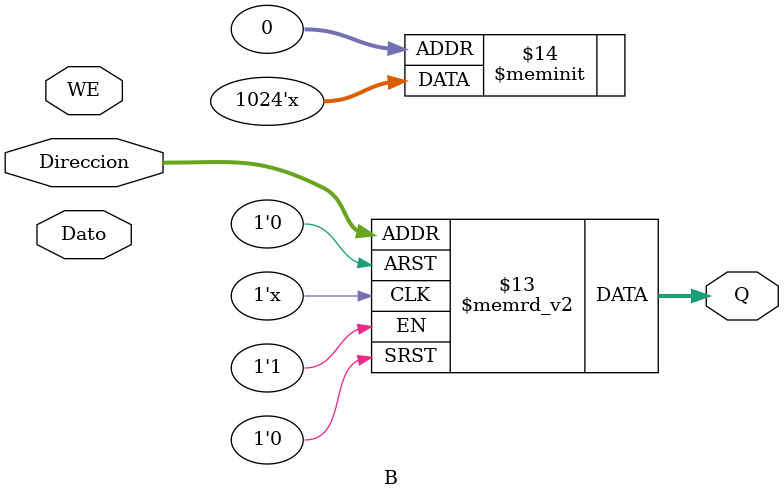
<source format=v>
`timescale 1ns/1ns
module B (
    input [4:0] Direccion,
    input [31:0] Dato,
    input WE,
    output reg [31:0] Q
);    
    reg [31:0] Mem[31:0];  

    always @(*) begin
        Q = Mem[Direccion];
        if (WE) begin
            Mem[Direccion] = Dato; 
        end
    end
endmodule


</source>
